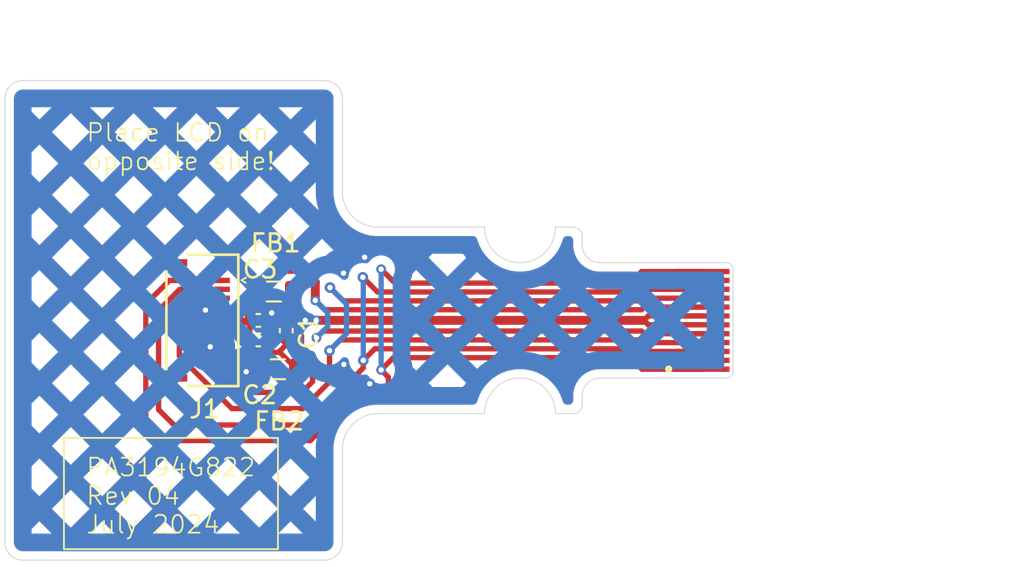
<source format=kicad_pcb>
(kicad_pcb (version 20240108) (generator "pcbnew") (generator_version "8.0")
  (title_block (title "Daughterboard") (date "2024-07-26") (rev "4"))
  (layers (0 "F.Cu" signal) (31 "B.Cu" signal) (34 "B.Paste" user) (35 "F.Paste" user) (36 "B.SilkS" user "B.Silkscreen") (37 "F.SilkS" user "F.Silkscreen") (38 "B.Mask" user) (39 "F.Mask" user) (44 "Edge.Cuts" user))
  (net 0 "")
  (net 1 "/VDDA")
  (net 2 "/VSSA")
  (net 3 "GND")
  (net 4 "/VDD")
  (net 5 "/SPI_CS")
  (net 6 "/SPI_SDI")
  (net 7 "/SPI_CLK")
  (footprint "Capacitor_SMD:C_0402_1005Metric" (layer "F.Cu") (at 118.265 101.1)
    (property "Reference" "C2" (at 0.075 3.1 0) (layer "F.SilkS"))
    (property "Value" "1u")
    (fp_line (start -0.107836 -0.36) (end 0.107836 -0.36) (stroke (width 0.12)) (layer "F.SilkS"))
    (fp_line (start -0.107836 0.36) (end 0.107836 0.36) (stroke (width 0.12)) (layer "F.SilkS"))
    (pad "1" smd roundrect (at -0.48 0) (size 0.56 0.62) (layers "F.Cu" "F.Paste" "F.Mask") (net 4 "/VDD"))
    (pad "2" smd roundrect (at 0.48 0) (size 0.56 0.62) (layers "F.Cu" "F.Paste" "F.Mask") (net 3 "GND"))
  )
  (footprint "Capacitor_SMD:C_0402_1005Metric" (layer "F.Cu") (at 119.84 100.575 90)
    (property "Reference" "C1" (at -0.1 1.25 -90) (layer "F.SilkS"))
    (property "Value" "1u")
    (fp_line (start -0.107836 -0.36) (end 0.107836 -0.36) (stroke (width 0.12)) (layer "F.SilkS"))
    (fp_line (start -0.107836 0.36) (end 0.107836 0.36) (stroke (width 0.12)) (layer "F.SilkS"))
    (pad "1" smd roundrect (at -0.48 0 90) (size 0.56 0.62) (layers "F.Cu" "F.Paste" "F.Mask") (net 2 "/VSSA"))
    (pad "2" smd roundrect (at 0.48 0 90) (size 0.56 0.62) (layers "F.Cu" "F.Paste" "F.Mask") (net 1 "/VDDA"))
  )
  (footprint "Inductor_SMD:L_0805_2012Metric" (layer "F.Cu") (at 119.14 98.375)
    (property "Reference" "FB1" (at 0.1 -2.725 0) (layer "F.SilkS"))
    (property "Value" "2k7")
    (fp_line (start -0.399622 -0.56) (end 0.399622 -0.56) (stroke (width 0.12)) (layer "F.SilkS"))
    (fp_line (start -0.399622 0.56) (end 0.399622 0.56) (stroke (width 0.12)) (layer "F.SilkS"))
    (pad "1" smd roundrect (at -1.0625 0) (size 0.875 1.2) (layers "F.Cu" "F.Paste" "F.Mask") (net 4 "/VDD"))
    (pad "2" smd roundrect (at 1.0625 0) (size 0.875 1.2) (layers "F.Cu" "F.Paste" "F.Mask") (net 1 "/VDDA"))
  )
  (footprint "Tundra_Connectors:Conn-FPC_Hirose-FH34SRJ-10S-0-5SH-50" (layer "F.Cu") (at 115.24 100 -90)
    (property "Reference" "J1" (at 5 0 360) (layer "F.SilkS"))
    (property "Value" "FH34SRJ-10S-0-5SH-50")
    (fp_line (start -2.762317 2.149624) (end 2.745517 2.149624) (stroke (width 0.1524)) (layer "F.SilkS"))
    (fp_line (start 3.7 0.95) (end 3.7 -1.9) (stroke (width 0.1524)) (layer "F.SilkS"))
    (fp_line (start -3.7 -1.9) (end -3.7 0.95) (stroke (width 0.1524)) (layer "F.SilkS"))
    (fp_line (start 3.7 -1.9) (end -3.7 -1.9) (stroke (width 0.1524)) (layer "F.SilkS"))
    (fp_line (start -2.26 -2.08) (end -2.11 -2.33) (stroke (width 0.1)) (layer "F.SilkS"))
    (fp_line (start -2.41 -2.33) (end -2.26 -2.08) (stroke (width 0.1)) (layer "F.SilkS"))
    (pad "1" smd rect (at -2.25 -1.025 270) (size 0.3 0.8) (layers "F.Cu" "F.Paste" "F.Mask") (net 7 "/SPI_CLK"))
    (pad "2" smd rect (at -1.75 -1.025 270) (size 0.3 0.8) (layers "F.Cu" "F.Paste" "F.Mask") (net 6 "/SPI_SDI"))
    (pad "3" smd rect (at -1.25 -1.025 270) (size 0.3 0.8) (layers "F.Cu" "F.Paste" "F.Mask") (net 5 "/SPI_CS"))
    (pad "4" smd rect (at -0.75 -1.025 270) (size 0.3 0.8) (layers "F.Cu" "F.Paste" "F.Mask") (net 3 "GND"))
    (pad "5" smd rect (at -0.25 -1.025 270) (size 0.3 0.8) (layers "F.Cu" "F.Paste" "F.Mask") (net 4 "/VDD"))
    (pad "6" smd rect (at 0.25 -1.025 270) (size 0.3 0.8) (layers "F.Cu" "F.Paste" "F.Mask") (net 1 "/VDDA"))
    (pad "7" smd rect (at 0.75 -1.025 270) (size 0.3 0.8) (layers "F.Cu" "F.Paste" "F.Mask") (net 4 "/VDD"))
    (pad "8" smd rect (at 1.25 -1.025 270) (size 0.3 0.8) (layers "F.Cu" "F.Paste" "F.Mask") (net 3 "GND"))
    (pad "9" smd rect (at 1.75 -1.025 270) (size 0.3 0.8) (layers "F.Cu" "F.Paste" "F.Mask") (net 3 "GND"))
    (pad "10" smd rect (at 2.25 -1.025 270) (size 0.3 0.8) (layers "F.Cu" "F.Paste" "F.Mask") (net 2 "/VSSA"))
    (pad "MP" smd rect (at -3.25 1.475 270) (size 0.4 1) (layers "F.Cu" "F.Paste" "F.Mask"))
    (pad "MP" smd rect (at 3.25 1.475 270) (size 0.4 1) (layers "F.Cu" "F.Paste" "F.Mask"))
  )
  (footprint "Inductor_SMD:L_0805_2012Metric" (layer "F.Cu") (at 119.365 102.75 180)
    (property "Reference" "FB2" (at -0.075 -2.925 180) (layer "F.SilkS"))
    (property "Value" "2k7")
    (fp_line (start -0.399622 0.56) (end 0.399622 0.56) (stroke (width 0.12)) (layer "F.SilkS"))
    (fp_line (start -0.399622 -0.56) (end 0.399622 -0.56) (stroke (width 0.12)) (layer "F.SilkS"))
    (pad "1" smd roundrect (at -1.0625 0 180) (size 0.875 1.2) (layers "F.Cu" "F.Paste" "F.Mask") (net 2 "/VSSA"))
    (pad "2" smd roundrect (at 1.0625 0 180) (size 0.875 1.2) (layers "F.Cu" "F.Paste" "F.Mask") (net 3 "GND"))
  )
  (footprint "Tundra_Connectors:Conn-FPC-CustomCable_01x12" (layer "F.Cu") (at 143.3 100 90)
    (property "Reference" "J2" (hide yes))
    (property "Value" "FPC-CustomCable_01x12")
    (fp_circle (center -2.74 -1.93) (end -2.64 -1.93) (stroke (width 0.2)) (fill none) (layer "F.SilkS"))
    (pad "1" smd rect (at -2.75 0 90) (size 0.3 3) (layers "F.Cu" "F.Paste" "F.Mask") (net 7 "/SPI_CLK"))
    (pad "2" smd rect (at -2.25 0 90) (size 0.3 3) (layers "F.Cu" "F.Paste" "F.Mask") (net 6 "/SPI_SDI"))
    (pad "3" smd rect (at -1.75 0 90) (size 0.3 3) (layers "F.Cu" "F.Paste" "F.Mask") (net 5 "/SPI_CS"))
    (pad "4" smd rect (at -1.25 0 90) (size 0.3 3) (layers "F.Cu" "F.Paste" "F.Mask") (net 4 "/VDD"))
    (pad "5" smd rect (at -0.75 0 90) (size 0.3 3) (layers "F.Cu" "F.Paste" "F.Mask") (net 3 "GND"))
    (pad "6" smd rect (at -0.25 0 90) (size 0.3 3) (layers "F.Cu" "F.Paste" "F.Mask") (net 3 "GND"))
    (pad "7" smd rect (at 0.25 0 90) (size 0.3 3) (layers "F.Cu" "F.Paste" "F.Mask") (net 3 "GND"))
    (pad "8" smd rect (at 0.75 0 90) (size 0.3 3) (layers "F.Cu" "F.Paste" "F.Mask") (net 3 "GND"))
    (pad "9" smd rect (at 1.25 0 90) (size 0.3 3) (layers "F.Cu" "F.Paste" "F.Mask") (net 4 "/VDD"))
    (pad "10" smd rect (at 1.75 0 90) (size 0.3 3) (layers "F.Cu" "F.Paste" "F.Mask") (net 5 "/SPI_CS"))
    (pad "11" smd rect (at 2.25 0 90) (size 0.3 3) (layers "F.Cu" "F.Paste" "F.Mask") (net 6 "/SPI_SDI"))
    (pad "12" smd rect (at 2.75 0 90) (size 0.3 3) (layers "F.Cu" "F.Paste" "F.Mask") (net 7 "/SPI_CLK"))
  )
  (footprint "Capacitor_SMD:C_0402_1005Metric" (layer "F.Cu") (at 118.265 100)
    (property "Reference" "C3" (at 0.1 -2.875 0) (layer "F.SilkS"))
    (property "Value" "560")
    (fp_line (start -0.107836 -0.36) (end 0.107836 -0.36) (stroke (width 0.12)) (layer "F.SilkS"))
    (fp_line (start -0.107836 0.36) (end 0.107836 0.36) (stroke (width 0.12)) (layer "F.SilkS"))
    (pad "1" smd roundrect (at -0.48 0) (size 0.56 0.62) (layers "F.Cu" "F.Paste" "F.Mask") (net 4 "/VDD"))
    (pad "2" smd roundrect (at 0.48 0) (size 0.56 0.62) (layers "F.Cu" "F.Paste" "F.Mask") (net 3 "GND"))
  )
  (gr_rect (start 107.32 106.6175) (end 119.37 112.8825) (stroke (width 0.1)) (fill none) (layer "F.SilkS"))
  (gr_arc (start 104 87.5) (mid 104.292895 86.792895) (end 105 86.5) (stroke (width 0.05)) (layer "Edge.Cuts"))
  (gr_arc (start 137.5 96.75) (mid 136.7929 96.457104) (end 136.5 95.75) (stroke (width 0.05)) (layer "Edge.Cuts"))
  (gr_line (start 137.5 96.75) (end 144.6 96.75) (stroke (width 0.05)) (layer "Edge.Cuts"))
  (gr_line (start 105 86.5) (end 122 86.5) (stroke (width 0.05)) (layer "Edge.Cuts"))
  (gr_line (start 123 112.5) (end 123 107.25) (stroke (width 0.05)) (layer "Edge.Cuts"))
  (gr_line (start 131 105.25) (end 125 105.25) (stroke (width 0.05)) (layer "Edge.Cuts"))
  (gr_line (start 105 113.5) (end 122 113.5) (stroke (width 0.05)) (layer "Edge.Cuts"))
  (gr_arc (start 122 86.5) (mid 122.707114 86.79289) (end 123 87.5) (stroke (width 0.05)) (layer "Edge.Cuts"))
  (gr_arc (start 131 105.25) (mid 133 103.25) (end 135 105.25) (stroke (width 0.05)) (layer "Edge.Cuts"))
  (gr_line (start 145 97.15) (end 145 102.85) (stroke (width 0.05)) (layer "Edge.Cuts"))
  (gr_arc (start 136.5 104.25) (mid 136.792895 103.542895) (end 137.5 103.25) (stroke (width 0.05)) (layer "Edge.Cuts"))
  (gr_arc (start 123 112.5) (mid 122.707109 113.207109) (end 122 113.5) (stroke (width 0.05)) (layer "Edge.Cuts"))
  (gr_arc (start 144.6 96.75) (mid 144.88285 96.867154) (end 145 97.15) (stroke (width 0.05)) (layer "Edge.Cuts"))
  (gr_line (start 123 87.5) (end 123 92.75) (stroke (width 0.05)) (layer "Edge.Cuts"))
  (gr_arc (start 136 94.75) (mid 136.35356 94.896444) (end 136.5 95.25) (stroke (width 0.05)) (layer "Edge.Cuts"))
  (gr_line (start 137.5 103.25) (end 144.6 103.25) (stroke (width 0.05)) (layer "Edge.Cuts"))
  (gr_line (start 135 105.25) (end 136 105.25) (stroke (width 0.05)) (layer "Edge.Cuts"))
  (gr_arc (start 145 102.85) (mid 144.882845 103.132845) (end 144.6 103.25) (stroke (width 0.05)) (layer "Edge.Cuts"))
  (gr_line (start 136.5 95.25) (end 136.5 95.75) (stroke (width 0.05)) (layer "Edge.Cuts"))
  (gr_arc (start 125 94.75) (mid 123.585793 94.164211) (end 123 92.75) (stroke (width 0.05)) (layer "Edge.Cuts"))
  (gr_arc (start 136.5 104.75) (mid 136.353555 105.103555) (end 136 105.25) (stroke (width 0.05)) (layer "Edge.Cuts"))
  (gr_line (start 135 94.75) (end 136 94.75) (stroke (width 0.05)) (layer "Edge.Cuts"))
  (gr_line (start 104 87.5) (end 104 112.5) (stroke (width 0.05)) (layer "Edge.Cuts"))
  (gr_arc (start 105 113.5) (mid 104.2929 113.207104) (end 104 112.5) (stroke (width 0.05)) (layer "Edge.Cuts"))
  (gr_arc (start 123 107.25) (mid 123.585788 105.835788) (end 125 105.25) (stroke (width 0.05)) (layer "Edge.Cuts"))
  (gr_arc (start 135 94.75) (mid 133 96.75) (end 131 94.75) (stroke (width 0.05)) (layer "Edge.Cuts"))
  (gr_line (start 131 94.75) (end 125 94.75) (stroke (width 0.05)) (layer "Edge.Cuts"))
  (gr_line (start 136.5 104.75) (end 136.5 104.25) (stroke (width 0.05)) (layer "Edge.Cuts"))
  (gr_text "Place LCD on \nopposite side!" (at 108.52 91.62 0) (layer "F.SilkS") (effects (font (size 1 1) (thickness 0.1)) (justify left bottom)))
  (gr_text "PA3194G822\nRev 04\nJuly 2024" (at 108.51 112.08 0) (layer "F.SilkS") (effects (font (size 1 1) (thickness 0.1)) (justify left bottom)))
  (segment (start 120.7 101.43) (end 120.7 100.88) (width 0.3) (layer "F.Cu") (net 1))
  (segment (start 120.4275 99.0675) (end 120.4275 98.53) (width 0.3) (layer "F.Cu") (net 1))
  (segment (start 119.84 100.225) (end 119.84 99.655) (width 0.3) (layer "F.Cu") (net 1))
  (segment (start 116.265 100.25) (end 115.02 100.25) (width 0.3) (layer "F.Cu") (net 1))
  (segment (start 121.315 103.455) (end 121.315 102.045) (width 0.3) (layer "F.Cu") (net 1))
  (segment (start 116.835 104.055) (end 120.715 104.055) (width 0.3) (layer "F.Cu") (net 1))
  (segment (start 119.915 100.095) (end 119.84 100.095) (width 0.3) (layer "F.Cu") (net 1))
  (segment (start 119.84 99.655) (end 120.4275 99.0675) (width 0.3) (layer "F.Cu") (net 1))
  (segment (start 121.315 102.045) (end 120.7 101.43) (width 0.3) (layer "F.Cu") (net 1))
  (segment (start 120.715 104.055) (end 121.315 103.455) (width 0.3) (layer "F.Cu") (net 1))
  (segment (start 114.6 101.82) (end 116.835 104.055) (width 0.3) (layer "F.Cu") (net 1))
  (segment (start 120.7 100.88) (end 119.915 100.095) (width 0.3) (layer "F.Cu") (net 1))
  (segment (start 115.02 100.25) (end 114.6 100.67) (width 0.3) (layer "F.Cu") (net 1))
  (segment (start 114.6 100.67) (end 114.6 101.82) (width 0.3) (layer "F.Cu") (net 1))
  (segment (start 119.84 101.3675) (end 119.48375 101.72375) (width 0.3) (layer "F.Cu") (net 2))
  (segment (start 119.4075 101.8) (end 119.48375 101.72375) (width 0.3) (layer "F.Cu") (net 2))
  (segment (start 116.265 102.25) (end 116.91 102.25) (width 0.3) (layer "F.Cu") (net 2))
  (segment (start 117.36 101.8) (end 119.4075 101.8) (width 0.3) (layer "F.Cu") (net 2))
  (segment (start 116.91 102.25) (end 117.36 101.8) (width 0.3) (layer "F.Cu") (net 2))
  (segment (start 119.4075 101.8) (end 119.4775 101.8) (width 0.3) (layer "F.Cu") (net 2))
  (segment (start 119.4775 101.8) (end 120.4275 102.75) (width 0.3) (layer "F.Cu") (net 2))
  (segment (start 119.84 101.185) (end 119.84 101.3675) (width 0.3) (layer "F.Cu") (net 2))
  (segment (start 117.595 102.905) (end 117.58 102.89) (width 0.3) (layer "F.Cu") (net 3))
  (segment (start 118.745 99.85) (end 119.015 99.58) (width 0.3) (layer "F.Cu") (net 3))
  (segment (start 116.265 101.75) (end 115.82 101.75) (width 0.3) (layer "F.Cu") (net 3))
  (segment (start 116.265 99.25) (end 115.46 99.25) (width 0.3) (layer "F.Cu") (net 3))
  (segment (start 139.975 100) (end 140.725 99.25) (width 0.3) (layer "F.Cu") (net 3))
  (segment (start 121.52 100) (end 139.975 100) (width 0.5) (layer "F.Cu") (net 3))
  (segment (start 121.52 100) (end 120.91 100) (width 0.5) (layer "F.Cu") (net 3))
  (segment (start 140.725 100.75) (end 140.075 100.1) (width 0.3) (layer "F.Cu") (net 3))
  (segment (start 116.265 101.25) (end 115.8 101.25) (width 0.3) (layer "F.Cu") (net 3))
  (segment (start 118.745 99.96) (end 118.745 100.18) (width 0.3) (layer "F.Cu") (net 3))
  (segment (start 143.3 100.75) (end 140.725 100.75) (width 0.3) (layer "F.Cu") (net 3))
  (segment (start 118.0775 103.0675) (end 118.0775 102.905) (width 0.3) (layer "F.Cu") (net 3))
  (segment (start 118.745 99.96) (end 118.745 99.85) (width 0.3) (layer "F.Cu") (net 3))
  (segment (start 115.8 101.25) (end 115.56 101.49) (width 0.3) (layer "F.Cu") (net 3))
  (segment (start 115.82 101.75) (end 115.56 101.49) (width 0.3) (layer "F.Cu") (net 3))
  (segment (start 117.69 102.905) (end 117.595 102.905) (width 0.3) (layer "F.Cu") (net 3))
  (segment (start 143.3 100.25) (end 140.225 100.25) (width 0.3) (layer "F.Cu") (net 3))
  (segment (start 143.3 99.75) (end 140.225 99.75) (width 0.3) (layer "F.Cu") (net 3))
  (segment (start 140.225 100.25) (end 139.975 100) (width 0.3) (layer "F.Cu") (net 3))
  (segment (start 118.3025 102.75) (end 117.72 102.75) (width 0.3) (layer "F.Cu") (net 3))
  (segment (start 117.69 102.905) (end 118.0775 102.905) (width 0.3) (layer "F.Cu") (net 3))
  (segment (start 140.725 99.25) (end 143.3 99.25) (width 0.3) (layer "F.Cu") (net 3))
  (segment (start 117.72 102.75) (end 117.58 102.89) (width 0.3) (layer "F.Cu") (net 3))
  (segment (start 140.225 100.25) (end 140.075 100.1) (width 0.3) (layer "F.Cu") (net 3))
  (segment (start 140.225 99.75) (end 139.975 100) (width 0.3) (layer "F.Cu") (net 3))
  (segment (start 140.075 100.1) (end 139.975 100) (width 0.3) (layer "F.Cu") (net 3))
  (segment (start 118.745 100) (end 118.745 101.1) (width 0.3) (layer "F.Cu") (net 3))
  (segment (start 115.46 99.25) (end 115.29 99.42) (width 0.3) (layer "F.Cu") (net 3))
  (via (at 119.015 99.58) (size 0.6) (drill 0.3) (layers "F.Cu" "B.Cu") (net 3))
  (via (at 123.06 97.34) (size 0.6) (drill 0.3) (layers "F.Cu" "B.Cu") (net 3))
  (via (at 115.29 99.42) (size 0.6) (drill 0.3) (layers "F.Cu" "B.Cu") (net 3))
  (via (at 121.52 100) (size 0.55) (drill 0.3) (layers "F.Cu" "B.Cu") (net 3))
  (via (at 123.08 102.48) (size 0.6) (drill 0.3) (layers "F.Cu" "B.Cu") (net 3))
  (via (at 124.25 96.44) (size 0.6) (drill 0.3) (layers "F.Cu" "B.Cu") (net 3))
  (via (at 117.58 102.89) (size 0.6) (drill 0.3) (layers "F.Cu" "B.Cu") (net 3))
  (via (at 120.91 100) (size 0.55) (drill 0.3) (layers "F.Cu" "B.Cu") (net 3))
  (via (at 115.56 101.49) (size 0.6) (drill 0.3) (layers "F.Cu" "B.Cu") (net 3))
  (via (at 124.54 103.57) (size 0.6) (drill 0.3) (layers "F.Cu" "B.Cu") (net 3))
  (segment (start 116.82 100.75) (end 117.57 100) (width 0.3) (layer "F.Cu") (net 4))
  (segment (start 143.3 101.25) (end 140.5 101.25) (width 0.3) (layer "F.Cu") (net 4))
  (segment (start 143.3 98.75) (end 140.5 98.75) (width 0.3) (layer "F.Cu") (net 4))
  (segment (start 117.785 100) (end 117.785 99.355) (width 0.5) (layer "F.Cu") (net 4))
  (segment (start 119.09 97.13) (end 118.0775 98.1425) (width 0.5) (layer "F.Cu") (net 4))
  (segment (start 121.92 100.6) (end 121.54 100.98) (width 0.3) (layer "F.Cu") (net 4))
  (segment (start 120.76 97.13) (end 119.09 97.13) (width 0.5) (layer "F.Cu") (net 4))
  (segment (start 120.76 97.13) (end 121.475 97.845) (width 0.5) (layer "F.Cu") (net 4))
  (segment (start 140.5 98.75) (end 139.85 99.4) (width 0.3) (layer "F.Cu") (net 4))
  (segment (start 116.265 100.75) (end 116.82 100.75) (width 0.3) (layer "F.Cu") (net 4))
  (segment (start 118.0775 99.0625) (end 118.0775 98.375) (width 0.5) (layer "F.Cu") (net 4))
  (segment (start 139.85 99.4) (end 122 99.4) (width 0.3) (layer "F.Cu") (net 4))
  (segment (start 140.5 101.25) (end 139.85 100.6) (width 0.3) (layer "F.Cu") (net 4))
  (segment (start 121.475 97.845) (end 121.475 98.875) (width 0.5) (layer "F.Cu") (net 4))
  (segment (start 116.265 99.75) (end 116.82 99.75) (width 0.3) (layer "F.Cu") (net 4))
  (segment (start 117.785 99.355) (end 118.0775 99.0625) (width 0.5) (layer "F.Cu") (net 4))
  (segment (start 117.57 100) (end 117.785 100) (width 0.3) (layer "F.Cu") (net 4))
  (segment (start 116.82 99.75) (end 117.07 100) (width 0.3) (layer "F.Cu") (net 4))
  (segment (start 122 99.4) (end 121.475 98.875) (width 0.3) (layer "F.Cu") (net 4))
  (segment (start 117.785 101.28) (end 117.785 100.18) (width 0.3) (layer "F.Cu") (net 4))
  (segment (start 117.07 100) (end 117.57 100) (width 0.3) (layer "F.Cu") (net 4))
  (segment (start 139.85 100.6) (end 121.92 100.6) (width 0.3) (layer "F.Cu") (net 4))
  (segment (start 118.0775 98.1425) (end 118.0775 98.375) (width 0.5) (layer "F.Cu") (net 4))
  (via (at 121.475 98.875) (size 0.55) (drill 0.3) (layers "F.Cu" "B.Cu") (net 4))
  (via (at 121.54 100.98) (size 0.55) (drill 0.3) (layers "F.Cu" "B.Cu") (net 4))
  (segment (start 122.17 100.35) (end 122.17 99.57) (width 0.3) (layer "B.Cu") (net 4))
  (segment (start 121.54 100.98) (end 122.17 100.35) (width 0.3) (layer "B.Cu") (net 4))
  (segment (start 122.17 99.57) (end 121.475 98.875) (width 0.3) (layer "B.Cu") (net 4))
  (segment (start 140.292894 101.75) (end 139.642894 101.1) (width 0.3) (layer "F.Cu") (net 5))
  (segment (start 143.3 98.25) (end 140.275 98.25) (width 0.3) (layer "F.Cu") (net 5))
  (segment (start 123.05 98.9) (end 139.625 98.9) (width 0.3) (layer "F.Cu") (net 5))
  (segment (start 123.05 98.9) (end 122.3 98.15) (width 0.3) (layer "F.Cu") (net 5))
  (segment (start 122.875 101.1) (end 122.275 101.7) (width 0.3) (layer "F.Cu") (net 5))
  (segment (start 114.74 98.75) (end 113.82 99.67) (width 0.3) (layer "F.Cu") (net 5))
  (segment (start 122.275 103.46) (end 122.275 101.7) (width 0.3) (layer "F.Cu") (net 5))
  (segment (start 113.82 102.01) (end 116.775 104.965) (width 0.3) (layer "F.Cu") (net 5))
  (segment (start 113.82 99.67) (end 113.82 102.01) (width 0.3) (layer "F.Cu") (net 5))
  (segment (start 120.77 104.965) (end 122.275 103.46) (width 0.3) (layer "F.Cu") (net 5))
  (segment (start 123.85 101.1) (end 122.875 101.1) (width 0.3) (layer "F.Cu") (net 5))
  (segment (start 139.642894 101.1) (end 123.85 101.1) (width 0.3) (layer "F.Cu") (net 5))
  (segment (start 140.275 98.25) (end 139.625 98.9) (width 0.3) (layer "F.Cu") (net 5))
  (segment (start 116.775 104.965) (end 120.77 104.965) (width 0.3) (layer "F.Cu") (net 5))
  (segment (start 116.265 98.75) (end 114.74 98.75) (width 0.3) (layer "F.Cu") (net 5))
  (segment (start 143.3 101.75) (end 140.292894 101.75) (width 0.3) (layer "F.Cu") (net 5))
  (via (at 122.3 98.15) (size 0.6) (drill 0.3) (layers "F.Cu" "B.Cu") (net 5))
  (via (at 122.275 101.7) (size 0.6) (drill 0.3) (layers "F.Cu" "B.Cu") (net 5))
  (segment (start 123.23 100.745) (end 122.275 101.7) (width 0.3) (layer "B.Cu") (net 5))
  (segment (start 122.3 98.15) (end 123.23 99.08) (width 0.3) (layer "B.Cu") (net 5))
  (segment (start 123.23 99.08) (end 123.23 100.745) (width 0.3) (layer "B.Cu") (net 5))
  (segment (start 139.4 98.4) (end 140.05 97.75) (width 0.3) (layer "F.Cu") (net 6))
  (segment (start 124.825 101.6) (end 124.175 102.25) (width 0.3) (layer "F.Cu") (net 6))
  (segment (start 113.84 98.25) (end 116.265 98.25) (width 0.3) (layer "F.Cu") (net 6))
  (segment (start 139.4 98.4) (end 124.975 98.4) (width 0.3) (layer "F.Cu") (net 6))
  (segment (start 112.65 105.025) (end 112.65 99.44) (width 0.3) (layer "F.Cu") (net 6))
  (segment (start 112.65 99.44) (end 113.84 98.25) (width 0.3) (layer "F.Cu") (net 6))
  (segment (start 113.515 105.89) (end 112.65 105.025) (width 0.3) (layer "F.Cu") (net 6))
  (segment (start 124.175 102.675) (end 120.96 105.89) (width 0.3) (layer "F.Cu") (net 6))
  (segment (start 124.175 102.25) (end 124.175 102.675) (width 0.3) (layer "F.Cu") (net 6))
  (segment (start 140.075 102.25) (end 139.425 101.6) (width 0.3) (layer "F.Cu") (net 6))
  (segment (start 140.05 97.75) (end 143.3 97.75) (width 0.3) (layer "F.Cu") (net 6))
  (segment (start 143.3 102.25) (end 140.075 102.25) (width 0.3) (layer "F.Cu") (net 6))
  (segment (start 124.825 101.6) (end 139.425 101.6) (width 0.3) (layer "F.Cu") (net 6))
  (segment (start 124.15 97.575) (end 124.975 98.4) (width 0.3) (layer "F.Cu") (net 6))
  (segment (start 120.96 105.89) (end 113.515 105.89) (width 0.3) (layer "F.Cu") (net 6))
  (via (at 124.15 97.575) (size 0.6) (drill 0.3) (layers "F.Cu" "B.Cu") (net 6))
  (via (at 124.175 102.25) (size 0.6) (drill 0.3) (layers "F.Cu" "B.Cu") (net 6))
  (segment (start 124.175 102.25) (end 124.175 97.6) (width 0.3) (layer "B.Cu") (net 6))
  (segment (start 124.15 102.225) (end 124.175 102.25) (width 0.3) (layer "B.Cu") (net 6))
  (segment (start 124.175 97.6) (end 124.15 97.575) (width 0.3) (layer "B.Cu") (net 6))
  (segment (start 143.3 102.75) (end 139.867894 102.75) (width 0.3) (layer "F.Cu") (net 7))
  (segment (start 125.87 102.1) (end 125.18 102.79) (width 0.3) (layer "F.Cu") (net 7))
  (segment (start 111.93 99.08) (end 113.26 97.75) (width 0.3) (layer "F.Cu") (net 7))
  (segment (start 139.217894 102.1) (end 125.87 102.1) (width 0.3) (layer "F.Cu") (net 7))
  (segment (start 139.192894 97.9) (end 125.96 97.9) (width 0.3) (layer "F.Cu") (net 7))
  (segment (start 121.195 106.765) (end 113.09 106.765) (width 0.3) (layer "F.Cu") (net 7))
  (segment (start 139.842894 97.25) (end 139.192894 97.9) (width 0.3) (layer "F.Cu") (net 7))
  (segment (start 123.64 104.32) (end 121.195 106.765) (width 0.3) (layer "F.Cu") (net 7))
  (segment (start 143.3 97.25) (end 139.842894 97.25) (width 0.3) (layer "F.Cu") (net 7))
  (segment (start 125.18 102.79) (end 125.59 103.2) (width 0.3) (layer "F.Cu") (net 7))
  (segment (start 111.93 105.605) (end 111.93 99.08) (width 0.3) (layer "F.Cu") (net 7))
  (segment (start 125.96 97.9) (end 125.18 97.12) (width 0.3) (layer "F.Cu") (net 7))
  (segment (start 139.867894 102.75) (end 139.217894 102.1) (width 0.3) (layer "F.Cu") (net 7))
  (segment (start 125.21 104.32) (end 123.64 104.32) (width 0.3) (layer "F.Cu") (net 7))
  (segment (start 113.26 97.75) (end 116.265 97.75) (width 0.3) (layer "F.Cu") (net 7))
  (segment (start 125.59 103.2) (end 125.59 103.94) (width 0.3) (layer "F.Cu") (net 7))
  (segment (start 125.59 103.94) (end 125.21 104.32) (width 0.3) (layer "F.Cu") (net 7))
  (segment (start 113.09 106.765) (end 111.93 105.605) (width 0.3) (layer "F.Cu") (net 7))
  (via (at 125.18 97.12) (size 0.55) (drill 0.3) (layers "F.Cu" "B.Cu") (net 7))
  (via (at 125.18 102.79) (size 0.55) (drill 0.3) (layers "F.Cu" "B.Cu") (net 7))
  (segment (start 125.18 97.12) (end 125.18 102.79) (width 0.3) (layer "B.Cu") (net 7))
  (zone (net 3) (net_name "GND") (layer "B.Cu") (connect_pads (clearance 0.5)) (min_thickness 0.5) (fill yes (mode hatch) (thermal_gap 0.5) (thermal_bridge_width 0.5) (hatch_thickness 1) (hatch_gap 1.5) (hatch_orientation 45) (hatch_border_algorithm hatch_thickness) (hatch_min_hole_area 0.3))
    (polygon (pts (xy 103.74 86.16) (xy 123.99 86.23) (xy 123.99 93.54) (xy 145.82 93.49) (xy 145.75 106.57) (xy 124.15 106.59) (xy 123.99 113.9) (xy 103.72 113.88)))
  )
)
</source>
